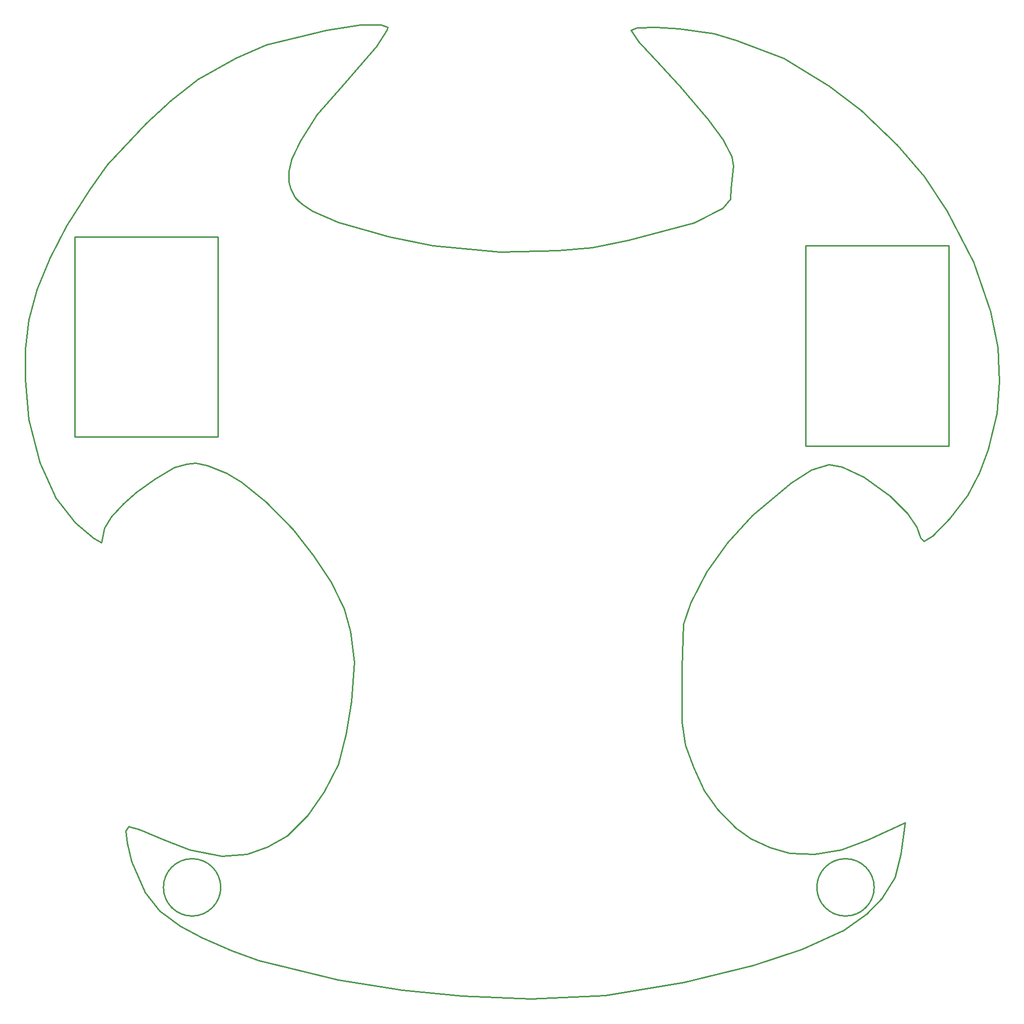
<source format=gko>
G04 Layer: BoardOutlineLayer*
G04 EasyEDA v6.5.20, 2022-10-24 14:32:38*
G04 8d121422a4ac45e995a65f3fcbcb15b0,c6a1bf633b9a4ba285e4988a7d74c357,10*
G04 Gerber Generator version 0.2*
G04 Scale: 100 percent, Rotated: No, Reflected: No *
G04 Dimensions in millimeters *
G04 leading zeros omitted , absolute positions ,4 integer and 5 decimal *
%FSLAX45Y45*%
%MOMM*%

%ADD10C,0.2540*%
D10*
X3095497Y7532496D02*
G01*
X3527297Y7926196D01*
X3999991Y8300084D01*
X4670297Y8675496D01*
X5199888Y8900033D01*
X6245097Y9158096D01*
X6841997Y9246996D01*
X7197597Y9246996D01*
X7311897Y9208896D01*
X7299197Y9158096D01*
X7121397Y8878696D01*
X6524497Y8192896D01*
X6079997Y7684896D01*
X5787897Y7227696D01*
X5635497Y6910196D01*
X5584697Y6694296D01*
X5584697Y6503796D01*
X5622797Y6389496D01*
X5698997Y6237096D01*
X5775197Y6160896D01*
X5851397Y6097396D01*
X6003797Y5995796D01*
X6448297Y5805296D01*
X7349997Y5551296D01*
X8099297Y5398896D01*
X9267697Y5284596D01*
X10283697Y5309996D01*
X10880597Y5360796D01*
X11502897Y5487796D01*
X12658597Y5792596D01*
X13153897Y6046596D01*
X13293597Y6211696D01*
X13299947Y6399910D01*
X13344397Y6783196D01*
X13318997Y6948296D01*
X13166597Y7240396D01*
X12899897Y7595996D01*
X12429997Y8154796D01*
X12048997Y8573896D01*
X11693397Y8954896D01*
X11553697Y9158096D01*
X11667997Y9196196D01*
X11998197Y9208896D01*
X12391897Y9183496D01*
X12999973Y9099930D01*
X13395197Y8980296D01*
X14220697Y8662796D01*
X15008097Y8180196D01*
X15566897Y7761096D01*
X16201897Y7151496D01*
X16671797Y6605396D01*
X17065498Y6008496D01*
X17535398Y5106796D01*
X17827498Y4243196D01*
X17954498Y3620896D01*
X17979898Y3023996D01*
X17941798Y2465196D01*
X17789398Y1842896D01*
X17636998Y1436496D01*
X17433798Y1042796D01*
X17116298Y636396D01*
X16824198Y331596D01*
X16671797Y242696D01*
X16608297Y293496D01*
X16544797Y483996D01*
X16379697Y725296D01*
X16074897Y1030096D01*
X15617697Y1360296D01*
X15236697Y1538096D01*
X15008097Y1576196D01*
X14703297Y1487296D01*
X14347697Y1258696D01*
X13674597Y687196D01*
X13242797Y217296D01*
X12874497Y-290703D01*
X12595097Y-836803D01*
X12468097Y-1205103D01*
X12442697Y-1967103D01*
X12442697Y-2919603D01*
X12506197Y-3313303D01*
X12645897Y-3707003D01*
X12836397Y-4113403D01*
X13064997Y-4430903D01*
X13382497Y-4761103D01*
X13649197Y-4951603D01*
X13979397Y-5104003D01*
X14322297Y-5205603D01*
X14754097Y-5218303D01*
X15223997Y-5142103D01*
X15693897Y-4964303D01*
X16341597Y-4672203D01*
X16265397Y-5218303D01*
X16159988Y-5627243D01*
X16159988Y-5627243D01*
X15935197Y-5993003D01*
X15668497Y-6259703D01*
X15262097Y-6551803D01*
X14538197Y-6882003D01*
X13687297Y-7161403D01*
X12480797Y-7453503D01*
X11109197Y-7682103D01*
X9813797Y-7745603D01*
X8607297Y-7694803D01*
X7565897Y-7593203D01*
X6448297Y-7415403D01*
X5063997Y-7072503D01*
X4594097Y-6907403D01*
X4073397Y-6678803D01*
X3692397Y-6475603D01*
X3336797Y-6208903D01*
X3082797Y-5891403D01*
X2841497Y-5345303D01*
X2765297Y-5027803D01*
X2739897Y-4811903D01*
X2790697Y-4735703D01*
X2981197Y-4786503D01*
X3400297Y-4964303D01*
X3857497Y-5142103D01*
X4416297Y-5256403D01*
X4860797Y-5218303D01*
X5216397Y-5091303D01*
X5559297Y-4900803D01*
X5914897Y-4545203D01*
X6206997Y-4126103D01*
X6448297Y-3656203D01*
X6587997Y-3122803D01*
X6676897Y-2551303D01*
X6727697Y-1865503D01*
X6664197Y-1332103D01*
X6549897Y-938403D01*
X6321297Y-468503D01*
X6016497Y-11303D01*
X5660897Y445896D01*
X5190997Y928496D01*
X4759197Y1271396D01*
X4505197Y1423796D01*
X4162297Y1563496D01*
X3959097Y1601596D01*
X3806697Y1588896D01*
X3590797Y1525396D01*
X3247897Y1322196D01*
X2930397Y1093596D01*
X2701797Y890396D01*
X2485897Y661796D01*
X2371597Y471296D01*
X2320797Y217296D01*
X2181097Y293496D01*
X1863597Y560196D01*
X1520697Y991996D01*
X1241297Y1614296D01*
X1050797Y2363596D01*
X987297Y3062096D01*
X987297Y3595496D01*
X1050797Y4103496D01*
X1190497Y4636896D01*
X1419097Y5182996D01*
X1711197Y5741796D01*
X2117597Y6376796D01*
X2422397Y6808596D01*
X3095497Y7532496D01*
X1850897Y5551296D02*
G01*
X4352797Y5551296D01*
X4352797Y2058796D01*
X1850897Y2058796D01*
X1850897Y5551296D01*
X14599970Y5399989D02*
G01*
X14599970Y1899996D01*
X17099965Y1899996D01*
X17099965Y5399989D01*
X14599970Y5399989D01*
G75*
G01
X4399991Y-5799988D02*
G03X4399991Y-5799988I-499999J0D01*
G75*
G01
X15799968Y-5799988D02*
G03X15799968Y-5799988I-499999J0D01*

%LPD*%
M02*

</source>
